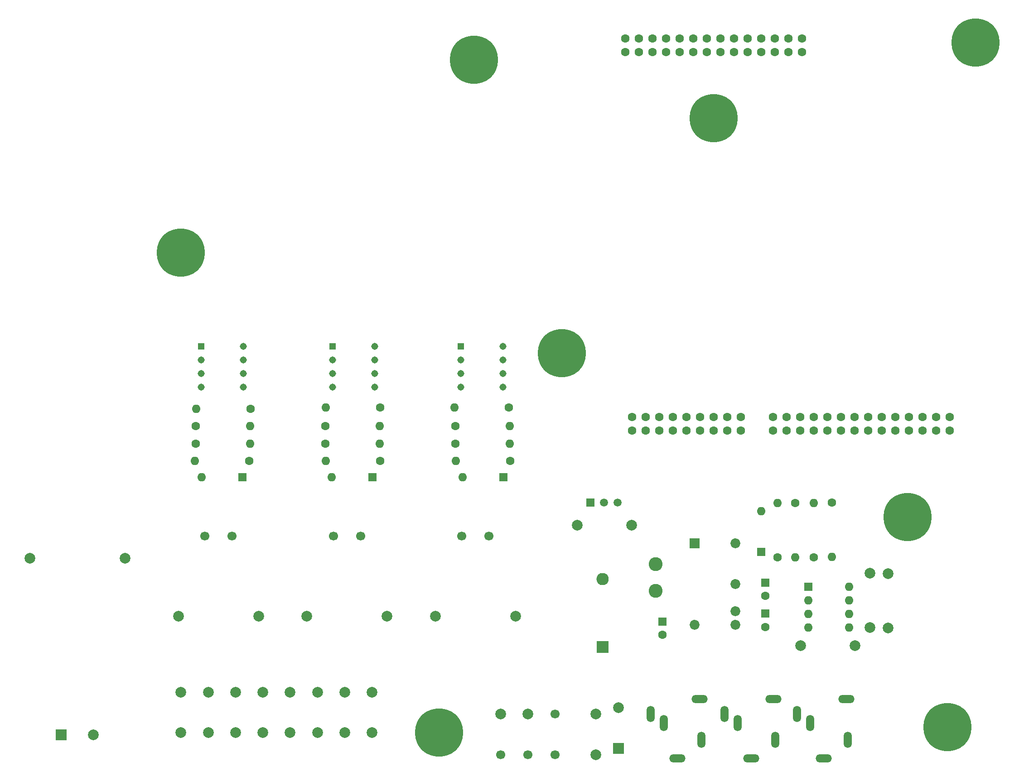
<source format=gts>
G04 #@! TF.GenerationSoftware,KiCad,Pcbnew,7.0.2*
G04 #@! TF.CreationDate,2023-07-29T23:32:47+01:00*
G04 #@! TF.ProjectId,ECS-Prototype,4543532d-5072-46f7-946f-747970652e6b,1.4*
G04 #@! TF.SameCoordinates,Original*
G04 #@! TF.FileFunction,Soldermask,Top*
G04 #@! TF.FilePolarity,Negative*
%FSLAX46Y46*%
G04 Gerber Fmt 4.6, Leading zero omitted, Abs format (unit mm)*
G04 Created by KiCad (PCBNEW 7.0.2) date 2023-07-29 23:32:47*
%MOMM*%
%LPD*%
G01*
G04 APERTURE LIST*
%ADD10C,1.600000*%
%ADD11C,9.000000*%
%ADD12C,2.000000*%
%ADD13O,3.016000X1.508000*%
%ADD14O,1.508000X3.016000*%
%ADD15R,2.000000X2.000000*%
%ADD16R,2.300000X2.300000*%
%ADD17O,2.300000X2.300000*%
%ADD18R,1.500000X1.500000*%
%ADD19C,1.500000*%
%ADD20O,1.600000X1.600000*%
%ADD21C,1.700000*%
%ADD22R,1.600000X1.600000*%
%ADD23C,2.600000*%
%ADD24R,1.308000X1.308000*%
%ADD25C,1.308000*%
%ADD26R,1.850000X1.850000*%
%ADD27C,1.850000*%
G04 APERTURE END LIST*
D10*
X305440000Y-134040000D03*
X302900000Y-134040000D03*
X300360000Y-134040000D03*
X297820000Y-134040000D03*
X295280000Y-134040000D03*
X292740000Y-134040000D03*
X290200000Y-134040000D03*
X287660000Y-134040000D03*
X285120000Y-134040000D03*
X282580000Y-134040000D03*
X280040000Y-134040000D03*
X277500000Y-134040000D03*
X274960000Y-134040000D03*
X272420000Y-134040000D03*
X305440000Y-131500000D03*
X302900000Y-131500000D03*
X300360000Y-131500000D03*
X297820000Y-131500000D03*
X295280000Y-131500000D03*
X292740000Y-131500000D03*
X290200000Y-131500000D03*
X287660000Y-131500000D03*
X285120000Y-131500000D03*
X282580000Y-131500000D03*
X280040000Y-131500000D03*
X277500000Y-131500000D03*
X274960000Y-131500000D03*
X272420000Y-131500000D03*
X266440000Y-134040000D03*
X263900000Y-134040000D03*
X261360000Y-134040000D03*
X258820000Y-134040000D03*
X256280000Y-134040000D03*
X253740000Y-134040000D03*
X251200000Y-134040000D03*
X248660000Y-134040000D03*
X246120000Y-134040000D03*
X266440000Y-131500000D03*
X263900000Y-131500000D03*
X261360000Y-131500000D03*
X258820000Y-131500000D03*
X256280000Y-131500000D03*
X253740000Y-131500000D03*
X251200000Y-131500000D03*
X248660000Y-131500000D03*
X246120000Y-131500000D03*
X277840000Y-63200000D03*
X275300000Y-63200000D03*
X272760000Y-63200000D03*
X270220000Y-63200000D03*
X267680000Y-63200000D03*
X265140000Y-63200000D03*
X262600000Y-63200000D03*
X260060000Y-63200000D03*
X257520000Y-63200000D03*
X254980000Y-63200000D03*
X252440000Y-63200000D03*
X249900000Y-63200000D03*
X247360000Y-63200000D03*
X244820000Y-63200000D03*
X277840000Y-60660000D03*
X275300000Y-60660000D03*
X272760000Y-60660000D03*
X270220000Y-60660000D03*
X267680000Y-60660000D03*
X265140000Y-60660000D03*
X262600000Y-60660000D03*
X260060000Y-60660000D03*
X257520000Y-60660000D03*
X254980000Y-60660000D03*
X252440000Y-60660000D03*
X249900000Y-60660000D03*
X247360000Y-60660000D03*
X244820000Y-60660000D03*
D11*
X161800000Y-100690000D03*
X216550000Y-64690000D03*
X305050000Y-189440000D03*
D12*
X197500000Y-182940000D03*
X197500000Y-190440000D03*
X192400000Y-182940000D03*
X192400000Y-190440000D03*
X187300000Y-182940000D03*
X187300000Y-190440000D03*
X182200000Y-182940000D03*
X182200000Y-190440000D03*
X177100000Y-182940000D03*
X177100000Y-190440000D03*
X172000000Y-182940000D03*
X172000000Y-190440000D03*
X166900000Y-182940000D03*
X166900000Y-190440000D03*
X161800000Y-182940000D03*
X161800000Y-190440000D03*
D13*
X254545000Y-195300000D03*
D14*
X259045000Y-191800000D03*
X249545000Y-187000000D03*
D13*
X258745000Y-184200000D03*
D14*
X252045000Y-188700000D03*
D13*
X268345000Y-195300000D03*
D14*
X272845000Y-191800000D03*
X263345000Y-187000000D03*
D13*
X272545000Y-184200000D03*
D14*
X265845000Y-188700000D03*
D13*
X281900000Y-195300000D03*
D14*
X286400000Y-191800000D03*
X276900000Y-187000000D03*
D13*
X286100000Y-184200000D03*
D14*
X279400000Y-188700000D03*
D15*
X243550000Y-193440000D03*
D12*
X243550000Y-185820000D03*
D16*
X240550000Y-174440000D03*
D17*
X240550000Y-161740000D03*
D18*
X238300000Y-147440000D03*
D19*
X240840000Y-147440000D03*
X243380000Y-147440000D03*
D10*
X283449999Y-147475001D03*
D20*
X283449999Y-157635001D03*
D10*
X280005000Y-157690000D03*
D20*
X280005000Y-147530000D03*
D12*
X246050000Y-151690000D03*
X235890000Y-151690000D03*
X293910000Y-170950000D03*
X293910000Y-160790000D03*
X290505000Y-160706000D03*
X290505000Y-170866000D03*
X287755000Y-174190000D03*
X277595000Y-174190000D03*
D10*
X276610000Y-147540000D03*
D20*
X276610000Y-157700000D03*
D10*
X273250000Y-157710000D03*
D20*
X273250000Y-147550000D03*
D12*
X161307000Y-168683000D03*
X176293000Y-168683000D03*
D21*
X166260000Y-153697000D03*
X171340000Y-153697000D03*
D12*
X209307000Y-168683000D03*
X224293000Y-168683000D03*
D21*
X214260000Y-153697000D03*
X219340000Y-153697000D03*
D12*
X185307000Y-168683000D03*
X200293000Y-168683000D03*
D21*
X190260000Y-153697000D03*
X195340000Y-153697000D03*
D11*
X297530000Y-150180000D03*
D22*
X279005000Y-163190000D03*
D20*
X279005000Y-165730000D03*
X279005000Y-168270000D03*
X279005000Y-170810000D03*
X286625000Y-170810000D03*
X286625000Y-168270000D03*
X286625000Y-165730000D03*
X286625000Y-163190000D03*
D22*
X270255000Y-156690000D03*
D20*
X270255000Y-149070000D03*
D23*
X250500000Y-158940000D03*
X250500000Y-163940000D03*
D22*
X271000000Y-168234888D03*
D10*
X271000000Y-170734888D03*
D22*
X251800000Y-169690000D03*
D10*
X251800000Y-172190000D03*
D22*
X271005000Y-162440000D03*
D10*
X271005000Y-164940000D03*
D22*
X197550000Y-142690000D03*
D20*
X189930000Y-142690000D03*
D10*
X188800000Y-133190000D03*
D20*
X198960000Y-133190000D03*
D22*
X222050000Y-142690000D03*
D20*
X214430000Y-142690000D03*
D10*
X223300000Y-139690000D03*
D20*
X213140000Y-139690000D03*
D10*
X213050000Y-136440000D03*
D20*
X223210000Y-136440000D03*
D10*
X213050000Y-133190000D03*
D20*
X223210000Y-133190000D03*
D10*
X174550000Y-139690000D03*
D20*
X164390000Y-139690000D03*
D10*
X199050000Y-129690000D03*
D20*
X188890000Y-129690000D03*
D10*
X164550000Y-136440000D03*
D20*
X174710000Y-136440000D03*
D10*
X199050000Y-139690000D03*
D20*
X188890000Y-139690000D03*
D10*
X223050000Y-129690000D03*
D20*
X212890000Y-129690000D03*
D10*
X188800000Y-136440000D03*
D20*
X198960000Y-136440000D03*
D10*
X174800000Y-129940000D03*
D20*
X164640000Y-129940000D03*
D10*
X164550000Y-133190000D03*
D20*
X174710000Y-133190000D03*
D22*
X173300000Y-142690000D03*
D20*
X165680000Y-142690000D03*
D24*
X214115000Y-118240000D03*
D25*
X214115000Y-120780000D03*
X214115000Y-123320000D03*
X214115000Y-125860000D03*
X221985000Y-125860000D03*
X221985000Y-123320000D03*
X221985000Y-120780000D03*
X221985000Y-118240000D03*
D24*
X190115000Y-118240000D03*
D25*
X190115000Y-120780000D03*
X190115000Y-123320000D03*
X190115000Y-125860000D03*
X197985000Y-125860000D03*
X197985000Y-123320000D03*
X197985000Y-120780000D03*
X197985000Y-118240000D03*
D24*
X165615000Y-118240000D03*
D25*
X165615000Y-120780000D03*
X165615000Y-123320000D03*
X165615000Y-125860000D03*
X173485000Y-125860000D03*
X173485000Y-123320000D03*
X173485000Y-120780000D03*
X173485000Y-118240000D03*
D12*
X239340000Y-194620000D03*
D21*
X231720000Y-194620000D03*
X226640000Y-194620000D03*
X221560000Y-194620000D03*
D12*
X221560000Y-187000000D03*
X226640000Y-187000000D03*
D21*
X231720000Y-187000000D03*
D12*
X239340000Y-187000000D03*
D26*
X257800000Y-155070000D03*
D27*
X257800000Y-170310000D03*
X265420000Y-155070000D03*
X265420000Y-162690000D03*
X265420000Y-167770000D03*
X265420000Y-170310000D03*
D11*
X210050000Y-190440000D03*
X310300000Y-61440000D03*
D15*
X139440000Y-190910000D03*
D12*
X145440000Y-190910000D03*
X133540000Y-157910000D03*
X151340000Y-157910000D03*
D11*
X232970000Y-119550000D03*
X261370000Y-75610000D03*
M02*

</source>
